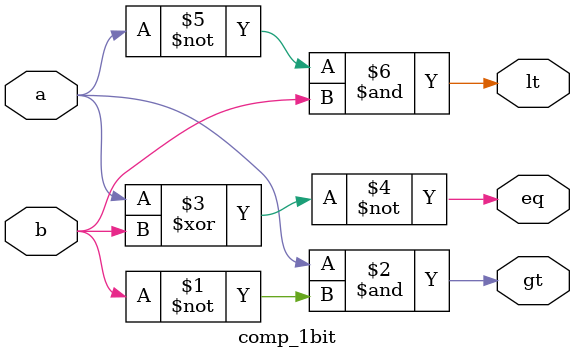
<source format=v>

module comp_1bit (a,b,gt,eq,lt);
input a,b;
output gt,eq,lt;

assign gt = a & ~b;  
assign eq = ~(a^b); //eq = a~^b; is also correct functionally
assign lt = ~a &b;

endmodule
</source>
